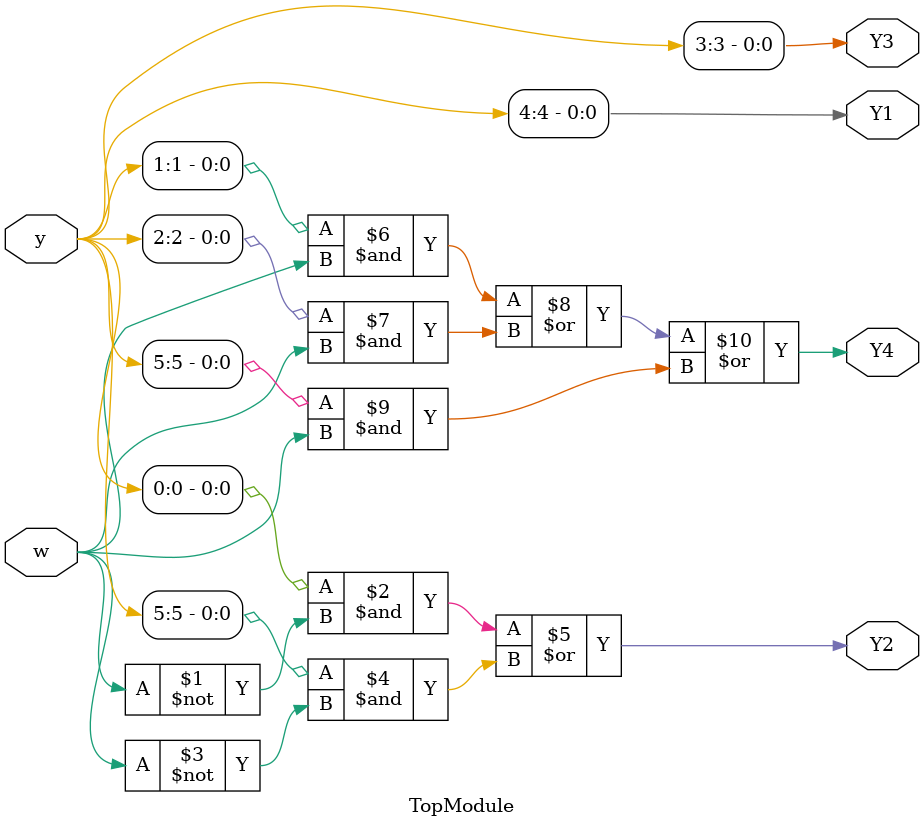
<source format=sv>
module TopModule(
    input logic [5:0] y,
    input logic w,
    output logic Y1,
    output logic Y3,
    output logic Y2,
    output logic Y4
);

    // Output logic
    assign Y1 = y[4]; // Active in state E
    assign Y3 = y[3]; // Active in state D

    // Next state logic
    assign Y2 = (y[0] & ~w) | (y[5] & ~w); // Next state B
    assign Y4 = (y[1] & w) | (y[2] & w) | (y[5] & w); // Next state D

endmodule
</source>
